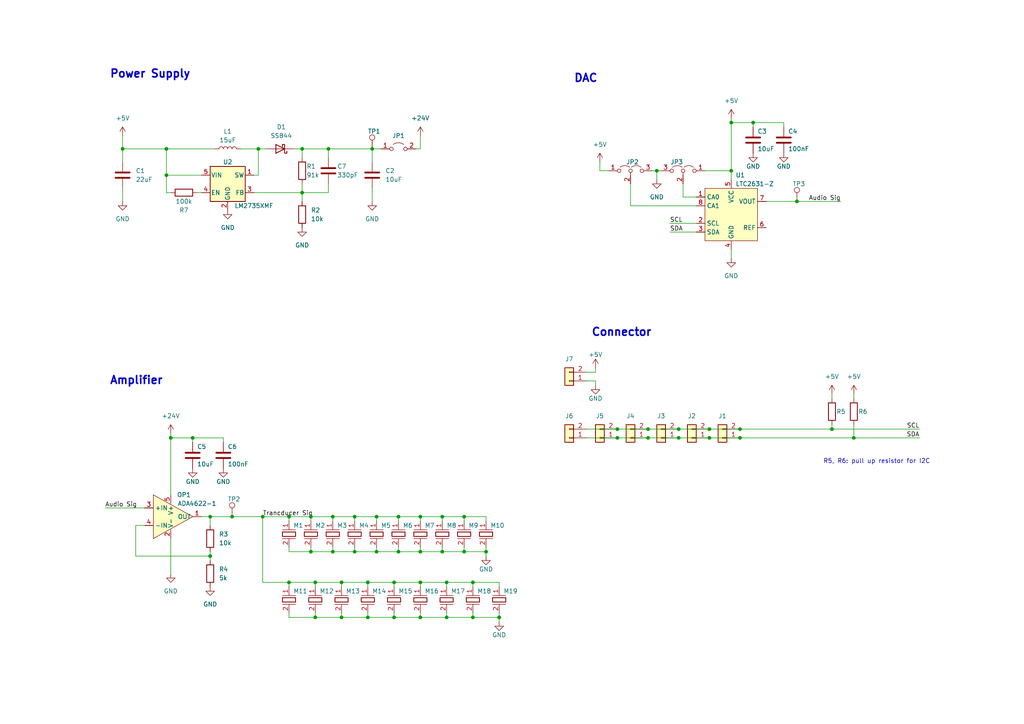
<source format=kicad_sch>
(kicad_sch (version 20211123) (generator eeschema)
  (paper "A4")
  (title_block (title "Sound Laser"))
  (lib_symbols
    (symbol "Connector:TestPoint" (pin_numbers hide) (pin_names (offset 0.762) hide)
      (property "Reference" "TP" (at 0 6.858 0))
      (property "Value" "TestPoint" (at 0 5.08 0))
      (symbol "TestPoint_0_1"
        (circle (center 0 3.302) (radius 0.762))
      )
      (symbol "TestPoint_1_1"
        (pin passive line (at 0 0 90) (length 2.54) (name "1") (number "1"))
      )
    )
    (symbol "Connector_Generic:Conn_01x02" (pin_names (offset 1.016) hide)
      (property "Reference" "J" (at 0 2.54 0))
      (property "Value" "Conn_01x02" (at 0 -5.08 0))
      (symbol "Conn_01x02_1_1"
        (rectangle (start -1.27 -2.413) (end 0 -2.667) (stroke (width 0.1524)))
        (rectangle (start -1.27 0.127) (end 0 -0.127) (stroke (width 0.1524)))
        (rectangle (start -1.27 1.27) (end 1.27 -3.81) (stroke (width 0.254)) (fill (type background)))
        (pin passive line (at -5.08 0 0) (length 3.81) (name "Pin_1") (number "1"))
        (pin passive line (at -5.08 -2.54 0) (length 3.81) (name "Pin_2") (number "2"))
      )
    )
    (symbol "Device:C" (pin_numbers hide) (pin_names (offset 0.254))
      (property "Reference" "C" (at 0.635 2.54 0))
      (property "Value" "C" (at 0.635 -2.54 0))
      (symbol "C_0_1"
        (polyline (pts (xy -2.032 -0.762) (xy 2.032 -0.762)) (stroke (width 0.508)))
        (polyline (pts (xy -2.032 0.762) (xy 2.032 0.762)) (stroke (width 0.508)))
      )
      (symbol "C_1_1"
        (pin passive line (at 0 3.81 270) (length 2.794) (name "~") (number "1"))
        (pin passive line (at 0 -3.81 90) (length 2.794) (name "~") (number "2"))
      )
    )
    (symbol "Device:D_Schottky" (pin_numbers hide) (pin_names (offset 1.016) hide)
      (property "Reference" "D" (at 0 2.54 0))
      (property "Value" "D_Schottky" (at 0 -2.54 0))
      (symbol "D_Schottky_0_1"
        (polyline (pts (xy 1.27 0) (xy -1.27 0)))
        (polyline (pts (xy 1.27 1.27) (xy 1.27 -1.27) (xy -1.27 0) (xy 1.27 1.27)) (stroke (width 0.254)))
        (polyline (pts (xy -1.905 0.635) (xy -1.905 1.27) (xy -1.27 1.27) (xy -1.27 -1.27) (xy -0.635 -1.27) (xy -0.635 -0.635)) (stroke (width 0.254)))
      )
      (symbol "D_Schottky_1_1"
        (pin passive line (at -3.81 0 0) (length 2.54) (name "K") (number "1"))
        (pin passive line (at 3.81 0 180) (length 2.54) (name "A") (number "2"))
      )
    )
    (symbol "Device:L" (pin_numbers hide) (pin_names (offset 1.016) hide)
      (property "Reference" "L" (at -1.27 0 90))
      (property "Value" "L" (at 1.905 0 90))
      (symbol "L_0_1"
        (arc (start 0 -2.54) (mid 0.635 -1.905) (end 0 -1.27))
        (arc (start 0 -1.27) (mid 0.635 -0.635) (end 0 0))
        (arc (start 0 0) (mid 0.635 0.635) (end 0 1.27))
        (arc (start 0 1.27) (mid 0.635 1.905) (end 0 2.54))
      )
      (symbol "L_1_1"
        (pin passive line (at 0 3.81 270) (length 1.27) (name "1") (number "1"))
        (pin passive line (at 0 -3.81 90) (length 1.27) (name "2") (number "2"))
      )
    )
    (symbol "Device:R" (pin_numbers hide) (pin_names (offset 0))
      (property "Reference" "R" (at 2.032 0 90))
      (property "Value" "R" (at 0 0 90))
      (symbol "R_0_1"
        (rectangle (start -1.016 -2.54) (end 1.016 2.54) (stroke (width 0.254)))
      )
      (symbol "R_1_1"
        (pin passive line (at 0 3.81 270) (length 1.27) (name "~") (number "1"))
        (pin passive line (at 0 -3.81 90) (length 1.27) (name "~") (number "2"))
      )
    )
    (symbol "Jumper:Jumper_2_Open" (pin_names (offset 0) hide)
      (property "Reference" "JP" (at 0 2.794 0))
      (property "Value" "Jumper_2_Open" (at 0 -2.286 0))
      (symbol "Jumper_2_Open_0_0"
        (circle (center -2.032 0) (radius 0.508))
        (circle (center 2.032 0) (radius 0.508))
      )
      (symbol "Jumper_2_Open_0_1"
        (arc (start 1.524 1.27) (mid 0 1.778) (end -1.524 1.27))
      )
      (symbol "Jumper_2_Open_1_1"
        (pin passive line (at -5.08 0 0) (length 2.54) (name "A") (number "1"))
        (pin passive line (at 5.08 0 180) (length 2.54) (name "B") (number "2"))
      )
    )
    (symbol "Jumper:Jumper_3_Open" (pin_names (offset 0) hide)
      (property "Reference" "JP" (at -2.54 -2.54 0))
      (property "Value" "Jumper_3_Open" (at 0 2.794 0))
      (symbol "Jumper_3_Open_0_0"
        (circle (center -3.302 0) (radius 0.508))
        (circle (center 0 0) (radius 0.508))
        (circle (center 3.302 0) (radius 0.508))
      )
      (symbol "Jumper_3_Open_0_1"
        (arc (start -0.254 1.016) (mid -1.651 1.4992) (end -3.048 1.016))
        (polyline (pts (xy 0 -0.508) (xy 0 -1.27)))
        (arc (start 3.048 1.016) (mid 1.651 1.4992) (end 0.254 1.016))
      )
      (symbol "Jumper_3_Open_1_1"
        (pin passive line (at -6.35 0 0) (length 2.54) (name "A") (number "1"))
        (pin input line (at 0 -3.81 90) (length 2.54) (name "C") (number "2"))
        (pin passive line (at 6.35 0 180) (length 2.54) (name "B") (number "3"))
      )
    )
    (symbol "Regulator_Switching:LM2735XMF" (pin_names (offset 0.254))
      (property "Reference" "U" (at -5.08 6.35 0))
      (property "Value" "LM2735XMF" (at 0 6.35 0))
      (symbol "LM2735XMF_0_1"
        (rectangle (start -5.08 5.08) (end 5.08 -5.08) (stroke (width 0.254)) (fill (type background)))
      )
      (symbol "LM2735XMF_1_1"
        (pin output line (at 7.62 2.54 180) (length 2.54) (name "SW") (number "1"))
        (pin power_in line (at 0 -7.62 90) (length 2.54) (name "GND") (number "2"))
        (pin input line (at 7.62 -2.54 180) (length 2.54) (name "FB") (number "3"))
        (pin input line (at -7.62 -2.54 0) (length 2.54) (name "EN") (number "4"))
        (pin input line (at -7.62 2.54 0) (length 2.54) (name "VIN") (number "5"))
      )
    )
    (symbol "custom_symbols:ADA4622-1"
      (property "Reference" "OP" (at 3.81 3.81 0))
      (property "Value" "ADA4622-1" (at 7.62 -3.81 0))
      (symbol "ADA4622-1_0_1"
        (polyline (pts (xy 6.35 0) (xy -5.08 -6.35)))
        (polyline (pts (xy -5.08 -6.35) (xy -5.08 6.35) (xy 6.35 0)) (fill (type background)))
      )
      (symbol "ADA4622-1_1_1"
        (pin output line (at 8.89 0 180) (length 2.54) (name "OUT") (number "1"))
        (pin input line (at 0 -6.35 90) (length 2.54) (name "V-") (number "2"))
        (pin input line (at -7.62 2.54 0) (length 2.54) (name "+IN") (number "3"))
        (pin input line (at -7.62 -2.54 0) (length 2.54) (name "-IN") (number "4"))
        (pin input line (at 0 6.35 270) (length 2.54) (name "V+") (number "5"))
      )
    )
    (symbol "custom_symbols:LTC2631-Z"
      (property "Reference" "U" (at 5.08 8.89 0))
      (property "Value" "LTC2631-Z" (at 0 0 0))
      (symbol "LTC2631-Z_0_1"
        (rectangle (start -7.62 7.62) (end 7.62 -7.62) (fill (type background)))
      )
      (symbol "LTC2631-Z_1_1"
        (pin input line (at -10.16 5.08 0) (length 2.54) (name "CA0") (number "1"))
        (pin input line (at -10.16 -2.54 0) (length 2.54) (name "SCL") (number "2"))
        (pin input line (at -10.16 -5.08 0) (length 2.54) (name "SDA") (number "3"))
        (pin passive line (at 0 -10.16 90) (length 2.54) (name "GND") (number "4"))
        (pin power_in line (at 0 10.16 270) (length 2.54) (name "VCC") (number "5"))
        (pin input line (at 10.16 -3.81 180) (length 2.54) (name "REF") (number "6"))
        (pin output line (at 10.16 3.81 180) (length 2.54) (name "VOUT") (number "7"))
        (pin input line (at -10.16 2.54 0) (length 2.54) (name "CA1") (number "8"))
      )
    )
    (symbol "custom_symbols:Ultrasonic_Transducer"
      (property "Reference" "M" (at 2.54 3.175 0))
      (property "Value" "Ultrasonic_Transducer" (at 12.7 -3.81 0))
      (symbol "Ultrasonic_Transducer_0_1"
        (rectangle (start -1.905 0.635) (end 1.905 -0.635) (stroke (width 0.25)))
        (polyline (pts (xy -1.905 -1.27) (xy 1.905 -1.27)))
        (polyline (pts (xy -1.905 1.27) (xy 1.905 1.27)))
      )
      (symbol "Ultrasonic_Transducer_1_1"
        (pin input line (at 0 3.81 270) (length 2.54) (name "") (number "1"))
        (pin input line (at 0 -3.81 90) (length 2.54) (name "") (number "2"))
      )
    )
    (symbol "power:+24V" (power) (pin_names (offset 0))
      (property "Value" "+24V" (at 0 3.556 0))
      (symbol "+24V_0_1"
        (polyline (pts (xy -0.762 1.27) (xy 0 2.54)))
        (polyline (pts (xy 0 0) (xy 0 2.54)))
        (polyline (pts (xy 0 2.54) (xy 0.762 1.27)))
      )
      (symbol "+24V_1_1"
        (pin power_in line (at 0 0 90) (length 0) hide (name "+24V") (number "1"))
      )
    )
    (symbol "power:+5V" (power) (pin_names (offset 0))
      (property "Value" "+5V" (at 0 3.556 0))
      (symbol "+5V_0_1"
        (polyline (pts (xy -0.762 1.27) (xy 0 2.54)))
        (polyline (pts (xy 0 0) (xy 0 2.54)))
        (polyline (pts (xy 0 2.54) (xy 0.762 1.27)))
      )
      (symbol "+5V_1_1"
        (pin power_in line (at 0 0 90) (length 0) hide (name "+5V") (number "1"))
      )
    )
    (symbol "power:GND" (power) (pin_names (offset 0))
      (property "Value" "GND" (at 0 -3.81 0))
      (symbol "GND_0_1"
        (polyline (pts (xy 0 0) (xy 0 -1.27) (xy 1.27 -1.27) (xy 0 -2.54) (xy -1.27 -1.27) (xy 0 -1.27)))
      )
      (symbol "GND_1_1"
        (pin power_in line (at 0 0 270) (length 0) hide (name "GND") (number "1"))
      )
    )
  )
  (junction (at 128.27 149.86))
  (junction (at 121.92 168.91))
  (junction (at 212.09 35.56))
  (junction (at 83.82 149.86))
  (junction (at 231.14 58.42))
  (junction (at 190.5 49.53))
  (junction (at 49.53 127))
  (junction (at 114.3 179.07))
  (junction (at 128.27 160.02))
  (junction (at 196.85 124.46))
  (junction (at 74.93 43.18))
  (junction (at 55.88 127))
  (junction (at 91.44 168.91))
  (junction (at 129.54 179.07))
  (junction (at 48.26 50.8))
  (junction (at 87.63 55.88))
  (junction (at 179.07 127))
  (junction (at 247.65 127))
  (junction (at 60.96 149.86))
  (junction (at 137.16 168.91))
  (junction (at 121.92 149.86))
  (junction (at 179.07 124.46))
  (junction (at 99.06 168.91))
  (junction (at 140.97 160.02))
  (junction (at 76.2 149.86))
  (junction (at 83.82 168.91))
  (junction (at 95.25 43.18))
  (junction (at 134.62 160.02))
  (junction (at 214.63 124.46))
  (junction (at 102.87 160.02))
  (junction (at 144.78 179.07))
  (junction (at 196.85 127))
  (junction (at 187.96 127))
  (junction (at 205.74 127))
  (junction (at 35.56 43.18))
  (junction (at 115.57 160.02))
  (junction (at 96.52 149.86))
  (junction (at 91.44 179.07))
  (junction (at 129.54 168.91))
  (junction (at 60.96 161.29))
  (junction (at 99.06 179.07))
  (junction (at 96.52 160.02))
  (junction (at 107.95 43.18))
  (junction (at 67.31 149.86))
  (junction (at 121.92 160.02))
  (junction (at 114.3 168.91))
  (junction (at 48.26 43.18))
  (junction (at 102.87 149.86))
  (junction (at 187.96 124.46))
  (junction (at 212.09 49.53))
  (junction (at 109.22 149.86))
  (junction (at 214.63 127))
  (junction (at 90.17 149.86))
  (junction (at 90.17 160.02))
  (junction (at 218.44 35.56))
  (junction (at 137.16 179.07))
  (junction (at 109.22 160.02))
  (junction (at 87.63 43.18))
  (junction (at 205.74 124.46))
  (junction (at 134.62 149.86))
  (junction (at 115.57 149.86))
  (junction (at 106.68 179.07))
  (junction (at 121.92 179.07))
  (junction (at 241.3 124.46))
  (junction (at 106.68 168.91))
  (wire (pts (xy 83.82 179.07) (xy 91.44 179.07)))
  (wire (pts (xy 128.27 149.86) (xy 121.92 149.86)))
  (wire (pts (xy 60.96 149.86) (xy 67.31 149.86)))
  (wire (pts (xy 198.12 57.15) (xy 198.12 53.34)))
  (wire (pts (xy 204.47 49.53) (xy 212.09 49.53)))
  (wire (pts (xy 247.65 114.3) (xy 247.65 115.57)))
  (wire (pts (xy 73.66 55.88) (xy 87.63 55.88)))
  (wire (pts (xy 91.44 179.07) (xy 99.06 179.07)))
  (wire (pts (xy 49.53 125.73) (xy 49.53 127)))
  (wire (pts (xy 96.52 158.75) (xy 96.52 160.02)))
  (wire (pts (xy 87.63 53.34) (xy 87.63 55.88)))
  (wire (pts (xy 102.87 149.86) (xy 102.87 151.13)))
  (wire (pts (xy 60.96 161.29) (xy 60.96 162.56)))
  (wire (pts (xy 212.09 72.39) (xy 212.09 74.93)))
  (wire (pts (xy 30.48 147.32) (xy 41.91 147.32)))
  (wire (pts (xy 91.44 168.91) (xy 83.82 168.91)))
  (wire (pts (xy 121.92 149.86) (xy 121.92 151.13)))
  (wire (pts (xy 87.63 43.18) (xy 95.25 43.18)))
  (wire (pts (xy 48.26 55.88) (xy 49.53 55.88)))
  (wire (pts (xy 120.65 43.18) (xy 121.92 43.18)))
  (wire (pts (xy 190.5 49.53) (xy 190.5 52.07)))
  (wire (pts (xy 218.44 35.56) (xy 227.33 35.56)))
  (wire (pts (xy 173.99 49.53) (xy 176.53 49.53)))
  (wire (pts (xy 140.97 158.75) (xy 140.97 160.02)))
  (wire (pts (xy 83.82 168.91) (xy 83.82 170.18)))
  (wire (pts (xy 121.92 43.18) (xy 121.92 39.37)))
  (wire (pts (xy 144.78 168.91) (xy 137.16 168.91)))
  (wire (pts (xy 121.92 168.91) (xy 114.3 168.91)))
  (wire (pts (xy 241.3 124.46) (xy 266.7 124.46)))
  (wire (pts (xy 140.97 149.86) (xy 134.62 149.86)))
  (wire (pts (xy 205.74 127) (xy 214.63 127)))
  (wire (pts (xy 96.52 149.86) (xy 96.52 151.13)))
  (wire (pts (xy 137.16 168.91) (xy 129.54 168.91)))
  (wire (pts (xy 179.07 124.46) (xy 187.96 124.46)))
  (wire (pts (xy 73.66 50.8) (xy 74.93 50.8)))
  (wire (pts (xy 67.31 149.86) (xy 76.2 149.86)))
  (wire (pts (xy 128.27 149.86) (xy 128.27 151.13)))
  (wire (pts (xy 107.95 43.18) (xy 107.95 46.99)))
  (wire (pts (xy 137.16 177.8) (xy 137.16 179.07)))
  (wire (pts (xy 115.57 149.86) (xy 109.22 149.86)))
  (wire (pts (xy 194.31 67.31) (xy 201.93 67.31)))
  (wire (pts (xy 121.92 158.75) (xy 121.92 160.02)))
  (wire (pts (xy 140.97 151.13) (xy 140.97 149.86)))
  (wire (pts (xy 247.65 123.19) (xy 247.65 127)))
  (wire (pts (xy 58.42 149.86) (xy 60.96 149.86)))
  (wire (pts (xy 247.65 127) (xy 266.7 127)))
  (wire (pts (xy 90.17 160.02) (xy 83.82 160.02)))
  (wire (pts (xy 137.16 170.18) (xy 137.16 168.91)))
  (wire (pts (xy 99.06 177.8) (xy 99.06 179.07)))
  (wire (pts (xy 90.17 149.86) (xy 83.82 149.86)))
  (wire (pts (xy 87.63 43.18) (xy 87.63 45.72)))
  (wire (pts (xy 90.17 158.75) (xy 90.17 160.02)))
  (wire (pts (xy 172.72 110.49) (xy 172.72 111.76)))
  (wire (pts (xy 140.97 161.29) (xy 140.97 160.02)))
  (wire (pts (xy 35.56 43.18) (xy 35.56 46.99)))
  (wire (pts (xy 140.97 160.02) (xy 134.62 160.02)))
  (wire (pts (xy 121.92 179.07) (xy 129.54 179.07)))
  (wire (pts (xy 95.25 43.18) (xy 95.25 45.72)))
  (wire (pts (xy 201.93 57.15) (xy 198.12 57.15)))
  (wire (pts (xy 187.96 124.46) (xy 196.85 124.46)))
  (wire (pts (xy 102.87 160.02) (xy 96.52 160.02)))
  (wire (pts (xy 96.52 149.86) (xy 90.17 149.86)))
  (wire (pts (xy 48.26 43.18) (xy 62.23 43.18)))
  (wire (pts (xy 121.92 160.02) (xy 115.57 160.02)))
  (wire (pts (xy 39.37 152.4) (xy 39.37 161.29)))
  (wire (pts (xy 35.56 54.61) (xy 35.56 58.42)))
  (wire (pts (xy 39.37 161.29) (xy 60.96 161.29)))
  (wire (pts (xy 109.22 160.02) (xy 102.87 160.02)))
  (wire (pts (xy 55.88 127) (xy 55.88 128.27)))
  (wire (pts (xy 137.16 179.07) (xy 144.78 179.07)))
  (wire (pts (xy 35.56 39.37) (xy 35.56 43.18)))
  (wire (pts (xy 179.07 127) (xy 187.96 127)))
  (wire (pts (xy 182.88 59.69) (xy 182.88 53.34)))
  (wire (pts (xy 231.14 58.42) (xy 243.84 58.42)))
  (wire (pts (xy 48.26 50.8) (xy 48.26 55.88)))
  (wire (pts (xy 194.31 64.77) (xy 201.93 64.77)))
  (wire (pts (xy 95.25 55.88) (xy 87.63 55.88)))
  (wire (pts (xy 74.93 43.18) (xy 74.93 50.8)))
  (wire (pts (xy 190.5 49.53) (xy 191.77 49.53)))
  (wire (pts (xy 241.3 123.19) (xy 241.3 124.46)))
  (wire (pts (xy 144.78 180.34) (xy 144.78 179.07)))
  (wire (pts (xy 106.68 179.07) (xy 114.3 179.07)))
  (wire (pts (xy 83.82 160.02) (xy 83.82 158.75)))
  (wire (pts (xy 227.33 35.56) (xy 227.33 36.83)))
  (wire (pts (xy 74.93 43.18) (xy 77.47 43.18)))
  (wire (pts (xy 214.63 127) (xy 247.65 127)))
  (wire (pts (xy 170.18 110.49) (xy 172.72 110.49)))
  (wire (pts (xy 114.3 177.8) (xy 114.3 179.07)))
  (wire (pts (xy 49.53 127) (xy 49.53 143.51)))
  (wire (pts (xy 205.74 124.46) (xy 214.63 124.46)))
  (wire (pts (xy 48.26 50.8) (xy 58.42 50.8)))
  (wire (pts (xy 91.44 170.18) (xy 91.44 168.91)))
  (wire (pts (xy 87.63 55.88) (xy 87.63 58.42)))
  (wire (pts (xy 91.44 177.8) (xy 91.44 179.07)))
  (wire (pts (xy 144.78 170.18) (xy 144.78 168.91)))
  (wire (pts (xy 212.09 34.29) (xy 212.09 35.56)))
  (wire (pts (xy 109.22 149.86) (xy 102.87 149.86)))
  (wire (pts (xy 129.54 177.8) (xy 129.54 179.07)))
  (wire (pts (xy 170.18 127) (xy 179.07 127)))
  (wire (pts (xy 134.62 160.02) (xy 128.27 160.02)))
  (wire (pts (xy 170.18 107.95) (xy 172.72 107.95)))
  (wire (pts (xy 129.54 170.18) (xy 129.54 168.91)))
  (wire (pts (xy 99.06 168.91) (xy 91.44 168.91)))
  (wire (pts (xy 41.91 152.4) (xy 39.37 152.4)))
  (wire (pts (xy 96.52 160.02) (xy 90.17 160.02)))
  (wire (pts (xy 95.25 53.34) (xy 95.25 55.88)))
  (wire (pts (xy 106.68 170.18) (xy 106.68 168.91)))
  (wire (pts (xy 90.17 149.86) (xy 90.17 151.13)))
  (wire (pts (xy 121.92 177.8) (xy 121.92 179.07)))
  (wire (pts (xy 201.93 59.69) (xy 182.88 59.69)))
  (wire (pts (xy 106.68 168.91) (xy 99.06 168.91)))
  (wire (pts (xy 144.78 177.8) (xy 144.78 179.07)))
  (wire (pts (xy 69.85 43.18) (xy 74.93 43.18)))
  (wire (pts (xy 212.09 35.56) (xy 212.09 49.53)))
  (wire (pts (xy 95.25 43.18) (xy 107.95 43.18)))
  (wire (pts (xy 121.92 149.86) (xy 115.57 149.86)))
  (wire (pts (xy 99.06 179.07) (xy 106.68 179.07)))
  (wire (pts (xy 129.54 168.91) (xy 121.92 168.91)))
  (wire (pts (xy 134.62 149.86) (xy 134.62 151.13)))
  (wire (pts (xy 115.57 160.02) (xy 109.22 160.02)))
  (wire (pts (xy 187.96 127) (xy 196.85 127)))
  (wire (pts (xy 114.3 168.91) (xy 106.68 168.91)))
  (wire (pts (xy 196.85 124.46) (xy 205.74 124.46)))
  (wire (pts (xy 109.22 158.75) (xy 109.22 160.02)))
  (wire (pts (xy 212.09 49.53) (xy 212.09 52.07)))
  (wire (pts (xy 114.3 170.18) (xy 114.3 168.91)))
  (wire (pts (xy 35.56 43.18) (xy 48.26 43.18)))
  (wire (pts (xy 64.77 127) (xy 64.77 128.27)))
  (wire (pts (xy 102.87 149.86) (xy 96.52 149.86)))
  (wire (pts (xy 57.15 55.88) (xy 58.42 55.88)))
  (wire (pts (xy 222.25 58.42) (xy 231.14 58.42)))
  (wire (pts (xy 76.2 149.86) (xy 83.82 149.86)))
  (wire (pts (xy 107.95 54.61) (xy 107.95 58.42)))
  (wire (pts (xy 48.26 43.18) (xy 48.26 50.8)))
  (wire (pts (xy 241.3 114.3) (xy 241.3 115.57)))
  (wire (pts (xy 109.22 149.86) (xy 109.22 151.13)))
  (wire (pts (xy 212.09 35.56) (xy 218.44 35.56)))
  (wire (pts (xy 55.88 127) (xy 64.77 127)))
  (wire (pts (xy 134.62 149.86) (xy 128.27 149.86)))
  (wire (pts (xy 83.82 179.07) (xy 83.82 177.8)))
  (wire (pts (xy 106.68 177.8) (xy 106.68 179.07)))
  (wire (pts (xy 102.87 158.75) (xy 102.87 160.02)))
  (wire (pts (xy 173.99 46.99) (xy 173.99 49.53)))
  (wire (pts (xy 114.3 179.07) (xy 121.92 179.07)))
  (wire (pts (xy 134.62 158.75) (xy 134.62 160.02)))
  (wire (pts (xy 214.63 124.46) (xy 241.3 124.46)))
  (wire (pts (xy 129.54 179.07) (xy 137.16 179.07)))
  (wire (pts (xy 49.53 156.21) (xy 49.53 166.37)))
  (wire (pts (xy 115.57 158.75) (xy 115.57 160.02)))
  (wire (pts (xy 107.95 43.18) (xy 110.49 43.18)))
  (wire (pts (xy 83.82 149.86) (xy 83.82 151.13)))
  (wire (pts (xy 196.85 127) (xy 205.74 127)))
  (wire (pts (xy 60.96 152.4) (xy 60.96 149.86)))
  (wire (pts (xy 128.27 160.02) (xy 121.92 160.02)))
  (wire (pts (xy 128.27 158.75) (xy 128.27 160.02)))
  (wire (pts (xy 49.53 127) (xy 55.88 127)))
  (wire (pts (xy 121.92 170.18) (xy 121.92 168.91)))
  (wire (pts (xy 83.82 168.91) (xy 76.2 168.91)))
  (wire (pts (xy 189.23 49.53) (xy 190.5 49.53)))
  (wire (pts (xy 99.06 170.18) (xy 99.06 168.91)))
  (wire (pts (xy 218.44 35.56) (xy 218.44 36.83)))
  (wire (pts (xy 172.72 107.95) (xy 172.72 106.68)))
  (wire (pts (xy 76.2 168.91) (xy 76.2 149.86)))
  (wire (pts (xy 85.09 43.18) (xy 87.63 43.18)))
  (wire (pts (xy 60.96 160.02) (xy 60.96 161.29)))
  (wire (pts (xy 170.18 124.46) (xy 179.07 124.46)))
  (wire (pts (xy 115.57 149.86) (xy 115.57 151.13)))
  (text "R5, R6: pull up resistor for I2C" (at 238.76 134.62 0) (effects (font (size 1.27 1.27)) (justify left bottom)))
  (text "Connector" (at 171.45 97.79 0) (effects (font (size 2.27 2.27) bold) (justify left bottom)))
  (text "Power Supply" (at 31.75 22.86 0) (effects (font (size 2.27 2.27) (thickness 0.454) bold) (justify left bottom)))
  (text "DAC" (at 166.37 24.13 0) (effects (font (size 2.27 2.27) bold) (justify left bottom)))
  (text "Amplifier" (at 31.75 111.76 0) (effects (font (size 2.27 2.27) bold) (justify left bottom)))
  (label "SDA" (at 266.7 127 180))
  (label "SDA" (at 194.31 67.31 0))
  (label "SCL" (at 194.31 64.77 0))
  (label "Audio Sig" (at 30.48 147.32 0))
  (label "Audio Sig" (at 243.84 58.42 180))
  (label "SCL" (at 266.7 124.46 180))
  (label "Trancducer Sig" (at 76.2 149.86 0))
  (symbol (lib_id "custom_symbols:Ultrasonic_Transducer") (at 102.87 154.94 0) (unit 1)
    (property "Reference" "M4" (at 104.14 152.4 0) (effects (justify left)))
    (property "Value" "Ultrasonic_Transducer" (effects hide))
    (property "Footprint" "custom_footprints:CUSP-T80-15-2400-TH" (effects hide))
  )
  (symbol (lib_id "Device:C") (at 227.33 40.64 0) (unit 1)
    (property "Reference" "C4" (at 228.6 38.1 0) (effects (justify left)))
    (property "Value" "100nF" (at 228.6 43.18 0) (effects (justify left)))
    (property "Footprint" "Capacitor_SMD:C_0805_2012Metric" (effects hide))
  )
  (symbol (lib_id "power:GND") (at 66.04 60.96 0) (unit 1)
    (property "Reference" "#PWR0103" (effects hide))
    (property "Value" "GND" (at 66.04 66.04 0))
  )
  (symbol (lib_id "custom_symbols:Ultrasonic_Transducer") (at 137.16 173.99 0) (unit 1)
    (property "Reference" "M18" (at 138.43 171.45 0) (effects (justify left)))
    (property "Value" "Ultrasonic_Transducer" (effects hide))
    (property "Footprint" "custom_footprints:CUSP-T80-15-2400-TH" (effects hide))
  )
  (symbol (lib_id "power:GND") (at 55.88 135.89 0) (unit 1)
    (property "Reference" "#PWR0123" (effects hide))
    (property "Value" "GND" (at 55.88 139.7 0))
  )
  (symbol (lib_id "power:GND") (at 212.09 74.93 0) (unit 1)
    (property "Reference" "#PWR0110" (effects hide))
    (property "Value" "GND" (at 212.09 80.01 0))
  )
  (symbol (lib_id "power:GND") (at 87.63 66.04 0) (unit 1)
    (property "Reference" "#PWR0104" (effects hide))
    (property "Value" "GND" (at 87.63 71.12 0))
  )
  (symbol (lib_id "power:+5V") (at 173.99 46.99 0) (unit 1)
    (property "Reference" "#PWR0112" (effects hide))
    (property "Value" "+5V" (at 173.99 41.91 0))
  )
  (symbol (lib_id "Device:R") (at 60.96 166.37 0) (unit 1)
    (property "Reference" "R4" (at 63.5 165.0999 0) (effects (justify left)))
    (property "Value" "5k" (at 63.5 167.6399 0) (effects (justify left)))
    (property "Footprint" "Resistor_SMD:R_0805_2012Metric" (effects hide))
  )
  (symbol (lib_id "custom_symbols:Ultrasonic_Transducer") (at 144.78 173.99 0) (unit 1)
    (property "Reference" "M19" (at 146.05 171.45 0) (effects (justify left)))
    (property "Value" "Ultrasonic_Transducer" (effects hide))
    (property "Footprint" "custom_footprints:CUSP-T80-15-2400-TH" (effects hide))
  )
  (symbol (lib_id "custom_symbols:Ultrasonic_Transducer") (at 91.44 173.99 0) (unit 1)
    (property "Reference" "M12" (at 92.71 171.45 0) (effects (justify left)))
    (property "Value" "Ultrasonic_Transducer" (effects hide))
    (property "Footprint" "custom_footprints:CUSP-T80-15-2400-TH" (effects hide))
  )
  (symbol (lib_id "Connector_Generic:Conn_01x02") (at 191.77 127 180) (unit 1)
    (property "Reference" "J3" (at 191.77 120.65 0))
    (property "Value" "JST SH BM02B Connector" (effects hide))
    (property "Footprint" "Connector_JST:JST_SH_BM02B-SRSS-TB_1x02-1MP_P1.00mm_Vertical" (effects hide))
  )
  (symbol (lib_id "custom_symbols:Ultrasonic_Transducer") (at 83.82 154.94 0) (unit 1)
    (property "Reference" "M1" (at 85.09 152.4 0) (effects (justify left)))
    (property "Value" "Ultrasonic_Transducer" (effects hide))
    (property "Footprint" "custom_footprints:CUSP-T80-15-2400-TH" (effects hide))
  )
  (symbol (lib_id "Jumper:Jumper_3_Open") (at 182.88 49.53 0) (unit 1)
    (property "Reference" "JP2" (at 181.61 46.99 0) (effects (justify left)))
    (property "Value" "Jumper_3_Open" (effects hide))
    (property "Footprint" "Jumper:SolderJumper-3_P1.3mm_Open_Pad1.0x1.5mm_NumberLabels" (effects hide))
  )
  (symbol (lib_id "custom_symbols:Ultrasonic_Transducer") (at 128.27 154.94 0) (unit 1)
    (property "Reference" "M8" (at 129.54 152.4 0) (effects (justify left)))
    (property "Value" "Ultrasonic_Transducer" (effects hide))
    (property "Footprint" "custom_footprints:CUSP-T80-15-2400-TH" (effects hide))
  )
  (symbol (lib_id "Device:C") (at 95.25 49.53 0) (unit 1)
    (property "Reference" "C7" (at 97.79 48.26 0) (effects (justify left)))
    (property "Value" "330pF" (at 97.79 50.8 0) (effects (justify left)))
    (property "Footprint" "Capacitor_SMD:C_0805_2012Metric" (effects hide))
  )
  (symbol (lib_id "custom_symbols:Ultrasonic_Transducer") (at 99.06 173.99 0) (unit 1)
    (property "Reference" "M13" (at 100.33 171.45 0) (effects (justify left)))
    (property "Value" "Ultrasonic_Transducer" (effects hide))
    (property "Footprint" "custom_footprints:CUSP-T80-15-2400-TH" (effects hide))
  )
  (symbol (lib_id "Device:R") (at 247.65 119.38 0) (unit 1)
    (property "Reference" "R6" (at 248.92 119.38 0) (effects (justify left)))
    (property "Value" "R" (effects hide))
    (property "Footprint" "Resistor_SMD:R_0805_2012Metric" (effects hide))
  )
  (symbol (lib_id "custom_symbols:Ultrasonic_Transducer") (at 114.3 173.99 0) (unit 1)
    (property "Reference" "M15" (at 115.57 171.45 0) (effects (justify left)))
    (property "Value" "Ultrasonic_Transducer" (effects hide))
    (property "Footprint" "custom_footprints:CUSP-T80-15-2400-TH" (effects hide))
  )
  (symbol (lib_id "Connector_Generic:Conn_01x02") (at 200.66 127 180) (unit 1)
    (property "Reference" "J2" (at 200.66 120.65 0))
    (property "Value" "JST SH BM02B Connector" (effects hide))
    (property "Footprint" "Connector_JST:JST_SH_BM02B-SRSS-TB_1x02-1MP_P1.00mm_Vertical" (effects hide))
  )
  (symbol (lib_id "custom_symbols:Ultrasonic_Transducer") (at 129.54 173.99 0) (unit 1)
    (property "Reference" "M17" (at 130.81 171.45 0) (effects (justify left)))
    (property "Value" "Ultrasonic_Transducer" (effects hide))
    (property "Footprint" "custom_footprints:CUSP-T80-15-2400-TH" (effects hide))
  )
  (symbol (lib_id "power:+24V") (at 49.53 125.73 0) (unit 1)
    (property "Reference" "#PWR0107" (effects hide))
    (property "Value" "+24V" (at 49.53 120.65 0))
  )
  (symbol (lib_id "Jumper:Jumper_3_Open") (at 198.12 49.53 0) (mirror y) (unit 1)
    (property "Reference" "JP3" (at 198.12 46.99 0) (effects (justify left)))
    (property "Value" "Jumper_3_Open" (effects hide))
    (property "Footprint" "Jumper:SolderJumper-3_P1.3mm_Open_Pad1.0x1.5mm_NumberLabels" (effects hide))
  )
  (symbol (lib_id "Device:R") (at 87.63 49.53 0) (unit 1)
    (property "Reference" "R1" (at 88.9 48.26 0) (effects (justify left)))
    (property "Value" "91k" (at 88.9 50.8 0) (effects (justify left)))
    (property "Footprint" "Resistor_SMD:R_0805_2012Metric" (effects hide))
  )
  (symbol (lib_id "Device:L") (at 66.04 43.18 90) (unit 1)
    (property "Reference" "L1" (at 66.04 38.1 90))
    (property "Value" "15uF" (at 66.04 40.64 90))
    (property "Footprint" "Inductor_SMD:L_1206_3216Metric" (effects hide))
  )
  (symbol (lib_id "custom_symbols:Ultrasonic_Transducer") (at 121.92 173.99 0) (unit 1)
    (property "Reference" "M16" (at 123.19 171.45 0) (effects (justify left)))
    (property "Value" "Ultrasonic_Transducer" (effects hide))
    (property "Footprint" "custom_footprints:CUSP-T80-15-2400-TH" (effects hide))
  )
  (symbol (lib_id "Device:C") (at 64.77 132.08 0) (unit 1)
    (property "Reference" "C6" (at 66.04 129.54 0) (effects (justify left)))
    (property "Value" "100nF" (at 66.04 134.62 0) (effects (justify left)))
    (property "Footprint" "Capacitor_SMD:C_0805_2012Metric" (effects hide))
  )
  (symbol (lib_id "Connector_Generic:Conn_01x02") (at 165.1 110.49 180) (unit 1)
    (property "Reference" "J7" (at 165.1 104.14 0))
    (property "Value" "Conn_01x02" (effects hide))
    (property "Footprint" "Connector_JST:JST_PH_B2B-PH-SM4-TB_1x02-1MP_P2.00mm_Vertical" (effects hide))
  )
  (symbol (lib_id "Device:C") (at 55.88 132.08 0) (unit 1)
    (property "Reference" "C5" (at 57.15 129.54 0) (effects (justify left)))
    (property "Value" "10uF" (at 57.15 134.62 0) (effects (justify left)))
    (property "Footprint" "Capacitor_SMD:C_1206_3216Metric" (effects hide))
  )
  (symbol (lib_id "custom_symbols:Ultrasonic_Transducer") (at 121.92 154.94 0) (unit 1)
    (property "Reference" "M7" (at 123.19 152.4 0) (effects (justify left)))
    (property "Value" "Ultrasonic_Transducer" (effects hide))
    (property "Footprint" "custom_footprints:CUSP-T80-15-2400-TH" (effects hide))
  )
  (symbol (lib_id "custom_symbols:Ultrasonic_Transducer") (at 109.22 154.94 0) (unit 1)
    (property "Reference" "M5" (at 110.49 152.4 0) (effects (justify left)))
    (property "Value" "Ultrasonic_Transducer" (effects hide))
    (property "Footprint" "custom_footprints:CUSP-T80-15-2400-TH" (effects hide))
  )
  (symbol (lib_id "Device:R") (at 60.96 156.21 0) (unit 1)
    (property "Reference" "R3" (at 63.5 154.9399 0) (effects (justify left)))
    (property "Value" "10k" (at 63.5 157.4799 0) (effects (justify left)))
    (property "Footprint" "Resistor_SMD:R_0805_2012Metric" (effects hide))
  )
  (symbol (lib_id "custom_symbols:Ultrasonic_Transducer") (at 106.68 173.99 0) (unit 1)
    (property "Reference" "M14" (at 107.95 171.45 0) (effects (justify left)))
    (property "Value" "Ultrasonic_Transducer" (effects hide))
    (property "Footprint" "custom_footprints:CUSP-T80-15-2400-TH" (effects hide))
  )
  (symbol (lib_id "custom_symbols:Ultrasonic_Transducer") (at 134.62 154.94 0) (unit 1)
    (property "Reference" "M9" (at 135.89 152.4 0) (effects (justify left)))
    (property "Value" "Ultrasonic_Transducer" (effects hide))
    (property "Footprint" "custom_footprints:CUSP-T80-15-2400-TH" (effects hide))
  )
  (symbol (lib_id "Connector:TestPoint") (at 231.14 58.42 0) (unit 1)
    (property "Reference" "TP3" (at 229.87 53.34 0) (effects (justify left)))
    (property "Value" "TestPoint" (effects hide))
    (property "Footprint" "TestPoint:TestPoint_Keystone_5000-5004_Miniature" (effects hide))
  )
  (symbol (lib_id "Device:R") (at 241.3 119.38 0) (unit 1)
    (property "Reference" "R5" (at 242.57 119.38 0) (effects (justify left)))
    (property "Value" "R" (effects hide))
    (property "Footprint" "Resistor_SMD:R_0805_2012Metric" (effects hide))
  )
  (symbol (lib_id "power:+24V") (at 121.92 39.37 0) (unit 1)
    (property "Reference" "#PWR0106" (effects hide))
    (property "Value" "+24V" (at 121.92 34.29 0))
  )
  (symbol (lib_id "power:GND") (at 49.53 166.37 0) (unit 1)
    (property "Reference" "#PWR0108" (effects hide))
    (property "Value" "GND" (at 49.53 171.45 0))
  )
  (symbol (lib_id "custom_symbols:Ultrasonic_Transducer") (at 115.57 154.94 0) (unit 1)
    (property "Reference" "M6" (at 116.84 152.4 0) (effects (justify left)))
    (property "Value" "Ultrasonic_Transducer" (effects hide))
    (property "Footprint" "custom_footprints:CUSP-T80-15-2400-TH" (effects hide))
  )
  (symbol (lib_id "power:+5V") (at 35.56 39.37 0) (unit 1)
    (property "Reference" "#PWR0101" (effects hide))
    (property "Value" "+5V" (at 35.56 34.29 0))
  )
  (symbol (lib_id "Device:C") (at 218.44 40.64 0) (unit 1)
    (property "Reference" "C3" (at 219.71 38.1 0) (effects (justify left)))
    (property "Value" "10uF" (at 219.71 43.18 0) (effects (justify left)))
    (property "Footprint" "Capacitor_SMD:C_1206_3216Metric" (effects hide))
  )
  (symbol (lib_id "power:GND") (at 140.97 161.29 0) (unit 1)
    (property "Reference" "#PWR0119" (effects hide))
    (property "Value" "GND" (at 140.97 165.1 0))
  )
  (symbol (lib_id "power:GND") (at 190.5 52.07 0) (unit 1)
    (property "Reference" "#PWR0111" (effects hide))
    (property "Value" "GND" (at 190.5 57.15 0))
  )
  (symbol (lib_id "custom_symbols:LTC2631-Z") (at 212.09 62.23 0) (unit 1)
    (property "Reference" "U1" (at 213.36 50.8 0) (effects (justify left)))
    (property "Value" "LTC2631-Z" (at 213.36 53.34 0) (effects (justify left)))
    (property "Footprint" "custom_footprints:LTC2631-Z" (effects hide))
  )
  (symbol (lib_id "Connector_Generic:Conn_01x02") (at 173.99 127 180) (unit 1)
    (property "Reference" "J5" (at 173.99 120.65 0))
    (property "Value" "JST SH BM02B Connector" (effects hide))
    (property "Footprint" "Connector_JST:JST_SH_BM02B-SRSS-TB_1x02-1MP_P1.00mm_Vertical" (effects hide))
  )
  (symbol (lib_id "power:GND") (at 60.96 170.18 0) (unit 1)
    (property "Reference" "#PWR0109" (effects hide))
    (property "Value" "GND" (at 60.96 175.26 0))
  )
  (symbol (lib_id "power:GND") (at 144.78 180.34 0) (unit 1)
    (property "Reference" "#PWR0118" (effects hide))
    (property "Value" "GND" (at 144.78 184.15 0))
  )
  (symbol (lib_id "Device:D_Schottky") (at 81.28 43.18 180) (unit 1)
    (property "Reference" "D1" (at 81.5975 36.83 0))
    (property "Value" "SSB44" (at 81.5975 39.37 0))
    (property "Footprint" "Diode_SMD:D_SMB_Handsoldering" (effects hide))
  )
  (symbol (lib_id "custom_symbols:Ultrasonic_Transducer") (at 140.97 154.94 0) (unit 1)
    (property "Reference" "M10" (at 142.24 152.4 0) (effects (justify left)))
    (property "Value" "Ultrasonic_Transducer" (effects hide))
    (property "Footprint" "custom_footprints:CUSP-T80-15-2400-TH" (effects hide))
  )
  (symbol (lib_id "Connector:TestPoint") (at 67.31 149.86 0) (unit 1)
    (property "Reference" "TP2" (at 66.04 144.78 0) (effects (justify left)))
    (property "Value" "TestPoint" (effects hide))
    (property "Footprint" "TestPoint:TestPoint_Keystone_5000-5004_Miniature" (effects hide))
  )
  (symbol (lib_id "Connector:TestPoint") (at 107.95 43.18 0) (unit 1)
    (property "Reference" "TP1" (at 106.68 38.1 0) (effects (justify left)))
    (property "Value" "TestPoint" (effects hide))
    (property "Footprint" "TestPoint:TestPoint_Keystone_5000-5004_Miniature" (effects hide))
  )
  (symbol (lib_id "Device:R") (at 87.63 62.23 0) (unit 1)
    (property "Reference" "R2" (at 90.17 60.9599 0) (effects (justify left)))
    (property "Value" "10k" (at 90.17 63.4999 0) (effects (justify left)))
    (property "Footprint" "Resistor_SMD:R_0805_2012Metric" (effects hide))
  )
  (symbol (lib_id "Connector_Generic:Conn_01x02") (at 209.55 127 180) (unit 1)
    (property "Reference" "J1" (at 209.55 120.65 0))
    (property "Value" "JST SH BM02B Connector" (effects hide))
    (property "Footprint" "Connector_JST:JST_SH_BM02B-SRSS-TB_1x02-1MP_P1.00mm_Vertical" (effects hide))
  )
  (symbol (lib_id "custom_symbols:Ultrasonic_Transducer") (at 96.52 154.94 0) (unit 1)
    (property "Reference" "M3" (at 97.79 152.4 0) (effects (justify left)))
    (property "Value" "Ultrasonic_Transducer" (effects hide))
    (property "Footprint" "custom_footprints:CUSP-T80-15-2400-TH" (effects hide))
  )
  (symbol (lib_id "custom_symbols:ADA4622-1") (at 49.53 149.86 0) (unit 1)
    (property "Reference" "OP1" (at 53.34 143.51 0))
    (property "Value" "ADA4622-1" (at 57.15 146.05 0))
    (property "Footprint" "Package_TO_SOT_SMD:SOT-23-5_HandSoldering" (effects hide))
  )
  (symbol (lib_id "power:GND") (at 64.77 135.89 0) (unit 1)
    (property "Reference" "#PWR0122" (effects hide))
    (property "Value" "GND" (at 64.77 139.7 0))
  )
  (symbol (lib_id "power:+5V") (at 247.65 114.3 0) (unit 1)
    (property "Reference" "#PWR0116" (effects hide))
    (property "Value" "+5V" (at 247.65 109.22 0))
  )
  (symbol (lib_id "power:+5V") (at 212.09 34.29 0) (unit 1)
    (property "Reference" "#PWR0113" (effects hide))
    (property "Value" "+5V" (at 212.09 29.21 0))
  )
  (symbol (lib_id "power:GND") (at 107.95 58.42 0) (unit 1)
    (property "Reference" "#PWR0105" (effects hide))
    (property "Value" "GND" (at 107.95 63.5 0))
  )
  (symbol (lib_id "custom_symbols:Ultrasonic_Transducer") (at 90.17 154.94 0) (unit 1)
    (property "Reference" "M2" (at 91.44 152.4 0) (effects (justify left)))
    (property "Value" "Ultrasonic_Transducer" (effects hide))
    (property "Footprint" "custom_footprints:CUSP-T80-15-2400-TH" (effects hide))
  )
  (symbol (lib_id "Connector_Generic:Conn_01x02") (at 165.1 127 180) (unit 1)
    (property "Reference" "J6" (at 165.1 120.65 0))
    (property "Value" "JST SH BM02B Connector" (effects hide))
    (property "Footprint" "Connector_JST:JST_SH_BM02B-SRSS-TB_1x02-1MP_P1.00mm_Vertical" (effects hide))
  )
  (symbol (lib_id "Jumper:Jumper_2_Open") (at 115.57 43.18 0) (unit 1)
    (property "Reference" "JP1" (at 115.57 39.37 0))
    (property "Value" "Jumper_2_Open" (effects hide))
    (property "Footprint" "Jumper:SolderJumper-2_P1.3mm_Bridged2Bar_Pad1.0x1.5mm" (effects hide))
  )
  (symbol (lib_id "power:+5V") (at 172.72 106.68 0) (unit 1)
    (property "Reference" "#PWR0117" (effects hide))
    (property "Value" "+5V" (at 172.72 102.87 0))
  )
  (symbol (lib_id "Regulator_Switching:LM2735XMF") (at 66.04 53.34 0) (unit 1)
    (property "Reference" "U2" (at 66.04 46.99 0))
    (property "Value" "LM2735XMF" (at 73.66 59.69 0))
    (property "Footprint" "Package_TO_SOT_SMD:SOT-23-5" (effects hide))
    (property "Datasheet" "http://www.ti.com/lit/ds/symlink/lm2735.pdf" (effects hide))
  )
  (symbol (lib_id "Device:R") (at 53.34 55.88 90) (unit 1)
    (property "Reference" "R7" (at 53.34 60.96 90))
    (property "Value" "100k" (at 53.34 58.42 90))
    (property "Footprint" "Resistor_SMD:R_0805_2012Metric" (effects hide))
  )
  (symbol (lib_id "custom_symbols:Ultrasonic_Transducer") (at 83.82 173.99 0) (unit 1)
    (property "Reference" "M11" (at 85.09 171.45 0) (effects (justify left)))
    (property "Value" "Ultrasonic_Transducer" (effects hide))
    (property "Footprint" "custom_footprints:CUSP-T80-15-2400-TH" (effects hide))
  )
  (symbol (lib_id "power:GND") (at 172.72 111.76 0) (unit 1)
    (property "Reference" "#PWR0114" (effects hide))
    (property "Value" "GND" (at 172.72 115.57 0))
  )
  (symbol (lib_id "Device:C") (at 35.56 50.8 0) (unit 1)
    (property "Reference" "C1" (at 39.37 49.5299 0) (effects (justify left)))
    (property "Value" "22uF" (at 39.37 52.0699 0) (effects (justify left)))
    (property "Footprint" "Capacitor_SMD:C_1206_3216Metric" (effects hide))
  )
  (symbol (lib_id "power:GND") (at 227.33 44.45 0) (unit 1)
    (property "Reference" "#PWR0121" (effects hide))
    (property "Value" "GND" (at 227.33 48.26 0))
  )
  (symbol (lib_id "power:+5V") (at 241.3 114.3 0) (unit 1)
    (property "Reference" "#PWR0115" (effects hide))
    (property "Value" "+5V" (at 241.3 109.22 0))
  )
  (symbol (lib_id "power:GND") (at 35.56 58.42 0) (unit 1)
    (property "Reference" "#PWR0102" (effects hide))
    (property "Value" "GND" (at 35.56 63.5 0))
  )
  (symbol (lib_id "Device:C") (at 107.95 50.8 0) (unit 1)
    (property "Reference" "C2" (at 111.76 49.5299 0) (effects (justify left)))
    (property "Value" "10uF" (at 111.76 52.0699 0) (effects (justify left)))
    (property "Footprint" "Capacitor_SMD:C_1206_3216Metric_Pad1.33x1.80mm_HandSolder" (effects hide))
  )
  (symbol (lib_id "power:GND") (at 218.44 44.45 0) (unit 1)
    (property "Reference" "#PWR0120" (effects hide))
    (property "Value" "GND" (at 218.44 48.26 0))
  )
  (symbol (lib_id "Connector_Generic:Conn_01x02") (at 182.88 127 180) (unit 1)
    (property "Reference" "J4" (at 182.88 120.65 0))
    (property "Value" "JST SH BM02B Connector" (effects hide))
    (property "Footprint" "Connector_JST:JST_SH_BM02B-SRSS-TB_1x02-1MP_P1.00mm_Vertical" (effects hide))
  )
)
</source>
